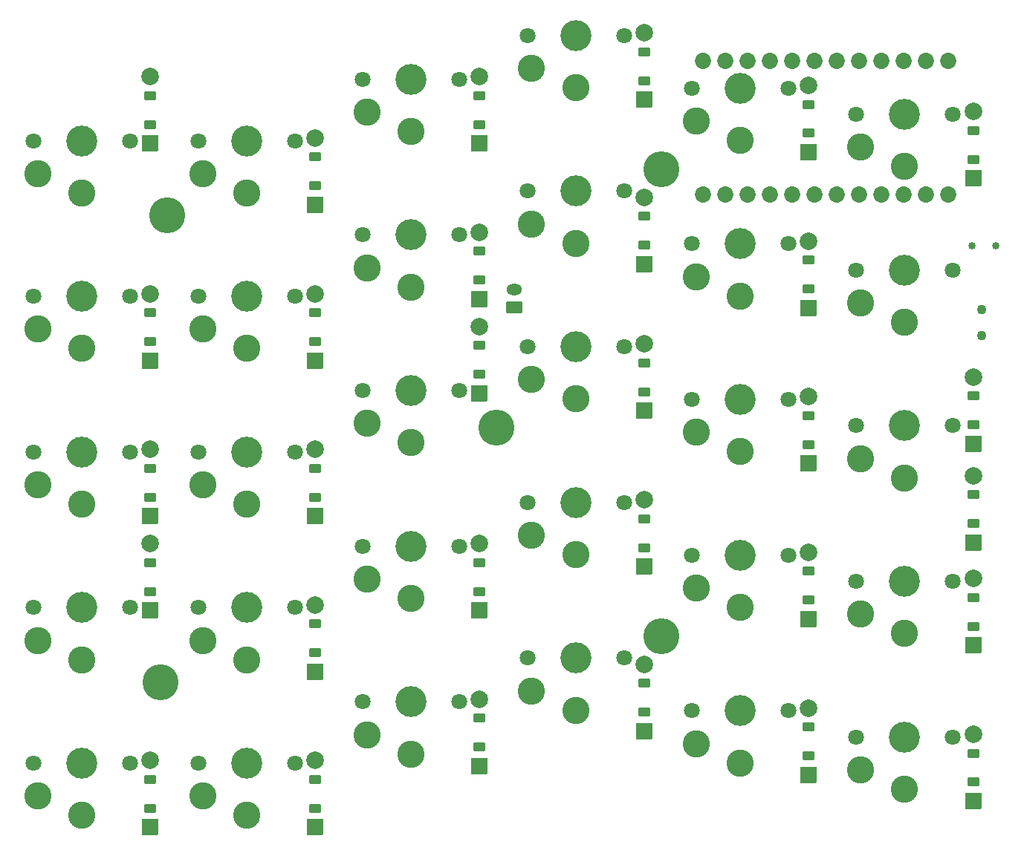
<source format=gbr>
%TF.GenerationSoftware,KiCad,Pcbnew,7.0.8*%
%TF.CreationDate,2024-07-17T12:42:57-03:00*%
%TF.ProjectId,left,6c656674-2e6b-4696-9361-645f70636258,v1.0.0*%
%TF.SameCoordinates,Original*%
%TF.FileFunction,Soldermask,Top*%
%TF.FilePolarity,Negative*%
%FSLAX46Y46*%
G04 Gerber Fmt 4.6, Leading zero omitted, Abs format (unit mm)*
G04 Created by KiCad (PCBNEW 7.0.8) date 2024-07-17 12:42:57*
%MOMM*%
%LPD*%
G01*
G04 APERTURE LIST*
G04 Aperture macros list*
%AMRoundRect*
0 Rectangle with rounded corners*
0 $1 Rounding radius*
0 $2 $3 $4 $5 $6 $7 $8 $9 X,Y pos of 4 corners*
0 Add a 4 corners polygon primitive as box body*
4,1,4,$2,$3,$4,$5,$6,$7,$8,$9,$2,$3,0*
0 Add four circle primitives for the rounded corners*
1,1,$1+$1,$2,$3*
1,1,$1+$1,$4,$5*
1,1,$1+$1,$6,$7*
1,1,$1+$1,$8,$9*
0 Add four rect primitives between the rounded corners*
20,1,$1+$1,$2,$3,$4,$5,0*
20,1,$1+$1,$4,$5,$6,$7,0*
20,1,$1+$1,$6,$7,$8,$9,0*
20,1,$1+$1,$8,$9,$2,$3,0*%
G04 Aperture macros list end*
%ADD10C,1.100000*%
%ADD11C,1.801800*%
%ADD12C,3.100000*%
%ADD13C,3.529000*%
%ADD14RoundRect,0.050000X0.889000X-0.889000X0.889000X0.889000X-0.889000X0.889000X-0.889000X-0.889000X0*%
%ADD15RoundRect,0.050000X0.600000X-0.450000X0.600000X0.450000X-0.600000X0.450000X-0.600000X-0.450000X0*%
%ADD16C,2.005000*%
%ADD17C,4.100000*%
%ADD18RoundRect,0.050000X0.850000X-0.600000X0.850000X0.600000X-0.850000X0.600000X-0.850000X-0.600000X0*%
%ADD19O,1.800000X1.300000*%
%ADD20C,1.852600*%
%ADD21C,0.850000*%
G04 APERTURE END LIST*
D10*
%TO.C,T1*%
X202550000Y-98250000D03*
X202550000Y-101250000D03*
%TD*%
D11*
%TO.C,S21*%
X180500000Y-144000000D03*
D12*
X175000000Y-149950000D03*
D13*
X175000000Y-144000000D03*
D12*
X170000000Y-147750000D03*
D11*
X169500000Y-144000000D03*
%TD*%
%TO.C,S26*%
X199250000Y-147000000D03*
D12*
X193750000Y-152950000D03*
D13*
X193750000Y-147000000D03*
D12*
X188750000Y-150750000D03*
D11*
X188250000Y-147000000D03*
%TD*%
D14*
%TO.C,D19*%
X182800000Y-98060000D03*
D15*
X182800000Y-95900000D03*
X182800000Y-92600000D03*
D16*
X182800000Y-90440000D03*
%TD*%
D11*
%TO.C,S6*%
X124250000Y-150000000D03*
D12*
X118750000Y-155950000D03*
D13*
X118750000Y-150000000D03*
D12*
X113750000Y-153750000D03*
D11*
X113250000Y-150000000D03*
%TD*%
D17*
%TO.C,*%
X109000000Y-140750000D03*
%TD*%
%TO.C,*%
X147250000Y-111750000D03*
%TD*%
D14*
%TO.C,D23*%
X201550000Y-83310000D03*
D15*
X201550000Y-81150000D03*
X201550000Y-77850000D03*
D16*
X201550000Y-75690000D03*
%TD*%
D14*
%TO.C,D20*%
X182800000Y-80310000D03*
D15*
X182800000Y-78150000D03*
X182800000Y-74850000D03*
D16*
X182800000Y-72690000D03*
%TD*%
D14*
%TO.C,D29*%
X164050000Y-146310000D03*
D15*
X164050000Y-144150000D03*
X164050000Y-140850000D03*
D16*
X164050000Y-138690000D03*
%TD*%
D14*
%TO.C,D12*%
X145300000Y-79310000D03*
D15*
X145300000Y-77150000D03*
X145300000Y-73850000D03*
D16*
X145300000Y-71690000D03*
%TD*%
D11*
%TO.C,S17*%
X161750000Y-120250000D03*
D12*
X156250000Y-126200000D03*
D13*
X156250000Y-120250000D03*
D12*
X151250000Y-124000000D03*
D11*
X150750000Y-120250000D03*
%TD*%
D14*
%TO.C,D25*%
X201550000Y-124810000D03*
D15*
X201550000Y-122650000D03*
X201550000Y-119350000D03*
D16*
X201550000Y-117190000D03*
%TD*%
D11*
%TO.C,S9*%
X124250000Y-96750000D03*
D12*
X118750000Y-102700000D03*
D13*
X118750000Y-96750000D03*
D12*
X113750000Y-100500000D03*
D11*
X113250000Y-96750000D03*
%TD*%
D14*
%TO.C,D17*%
X182800000Y-133560000D03*
D15*
X182800000Y-131400000D03*
X182800000Y-128100000D03*
D16*
X182800000Y-125940000D03*
%TD*%
D11*
%TO.C,S27*%
X199250000Y-129250000D03*
D12*
X193750000Y-135200000D03*
D13*
X193750000Y-129250000D03*
D12*
X188750000Y-133000000D03*
D11*
X188250000Y-129250000D03*
%TD*%
%TO.C,S5*%
X105500000Y-79000000D03*
D12*
X100000000Y-84950000D03*
D13*
X100000000Y-79000000D03*
D12*
X95000000Y-82750000D03*
D11*
X94500000Y-79000000D03*
%TD*%
D17*
%TO.C,*%
X109750000Y-87500000D03*
%TD*%
D11*
%TO.C,S1*%
X105500000Y-150000000D03*
D12*
X100000000Y-155950000D03*
D13*
X100000000Y-150000000D03*
D12*
X95000000Y-153750000D03*
D11*
X94500000Y-150000000D03*
%TD*%
D14*
%TO.C,D24*%
X201550000Y-113560000D03*
D15*
X201550000Y-111400000D03*
X201550000Y-108100000D03*
D16*
X201550000Y-105940000D03*
%TD*%
D11*
%TO.C,S28*%
X199250000Y-111500000D03*
D12*
X193750000Y-117450000D03*
D13*
X193750000Y-111500000D03*
D12*
X188750000Y-115250000D03*
D11*
X188250000Y-111500000D03*
%TD*%
%TO.C,S19*%
X161750000Y-84750000D03*
D12*
X156250000Y-90700000D03*
D13*
X156250000Y-84750000D03*
D12*
X151250000Y-88500000D03*
D11*
X150750000Y-84750000D03*
%TD*%
D14*
%TO.C,D27*%
X107800000Y-79310000D03*
D15*
X107800000Y-77150000D03*
X107800000Y-73850000D03*
D16*
X107800000Y-71690000D03*
%TD*%
D14*
%TO.C,D9*%
X145300000Y-150310000D03*
D15*
X145300000Y-148150000D03*
X145300000Y-144850000D03*
D16*
X145300000Y-142690000D03*
%TD*%
D14*
%TO.C,D13*%
X164050000Y-127560000D03*
D15*
X164050000Y-125400000D03*
X164050000Y-122100000D03*
D16*
X164050000Y-119940000D03*
%TD*%
D14*
%TO.C,D14*%
X164050000Y-109810000D03*
D15*
X164050000Y-107650000D03*
X164050000Y-104350000D03*
D16*
X164050000Y-102190000D03*
%TD*%
D11*
%TO.C,S29*%
X199250000Y-93750000D03*
D12*
X193750000Y-99700000D03*
D13*
X193750000Y-93750000D03*
D12*
X188750000Y-97500000D03*
D11*
X188250000Y-93750000D03*
%TD*%
%TO.C,S7*%
X124250000Y-132250000D03*
D12*
X118750000Y-138200000D03*
D13*
X118750000Y-132250000D03*
D12*
X113750000Y-136000000D03*
D11*
X113250000Y-132250000D03*
%TD*%
%TO.C,S22*%
X180500000Y-126250000D03*
D12*
X175000000Y-132200000D03*
D13*
X175000000Y-126250000D03*
D12*
X170000000Y-130000000D03*
D11*
X169500000Y-126250000D03*
%TD*%
%TO.C,S4*%
X105500000Y-96750000D03*
D12*
X100000000Y-102700000D03*
D13*
X100000000Y-96750000D03*
D12*
X95000000Y-100500000D03*
D11*
X94500000Y-96750000D03*
%TD*%
D14*
%TO.C,D18*%
X182800000Y-115810000D03*
D15*
X182800000Y-113650000D03*
X182800000Y-110350000D03*
D16*
X182800000Y-108190000D03*
%TD*%
D11*
%TO.C,S20*%
X161750000Y-67000000D03*
D12*
X156250000Y-72950000D03*
D13*
X156250000Y-67000000D03*
D12*
X151250000Y-70750000D03*
D11*
X150750000Y-67000000D03*
%TD*%
%TO.C,S8*%
X124250000Y-114500000D03*
D12*
X118750000Y-120450000D03*
D13*
X118750000Y-114500000D03*
D12*
X113750000Y-118250000D03*
D11*
X113250000Y-114500000D03*
%TD*%
D14*
%TO.C,D6*%
X126550000Y-121810000D03*
D15*
X126550000Y-119650000D03*
X126550000Y-116350000D03*
D16*
X126550000Y-114190000D03*
%TD*%
D11*
%TO.C,S23*%
X180500000Y-108500000D03*
D12*
X175000000Y-114450000D03*
D13*
X175000000Y-108500000D03*
D12*
X170000000Y-112250000D03*
D11*
X169500000Y-108500000D03*
%TD*%
D14*
%TO.C,D2*%
X107800000Y-121810000D03*
D15*
X107800000Y-119650000D03*
X107800000Y-116350000D03*
D16*
X107800000Y-114190000D03*
%TD*%
D14*
%TO.C,D8*%
X126550000Y-86310000D03*
D15*
X126550000Y-84150000D03*
X126550000Y-80850000D03*
D16*
X126550000Y-78690000D03*
%TD*%
D11*
%TO.C,S12*%
X143000000Y-125250000D03*
D12*
X137500000Y-131200000D03*
D13*
X137500000Y-125250000D03*
D12*
X132500000Y-129000000D03*
D11*
X132000000Y-125250000D03*
%TD*%
D14*
%TO.C,D21*%
X201550000Y-154310000D03*
D15*
X201550000Y-152150000D03*
X201550000Y-148850000D03*
D16*
X201550000Y-146690000D03*
%TD*%
D14*
%TO.C,D3*%
X107800000Y-104060000D03*
D15*
X107800000Y-101900000D03*
X107800000Y-98600000D03*
D16*
X107800000Y-96440000D03*
%TD*%
D11*
%TO.C,S24*%
X180500000Y-90750000D03*
D12*
X175000000Y-96700000D03*
D13*
X175000000Y-90750000D03*
D12*
X170000000Y-94500000D03*
D11*
X169500000Y-90750000D03*
%TD*%
D14*
%TO.C,D30*%
X164050000Y-93060000D03*
D15*
X164050000Y-90900000D03*
X164050000Y-87600000D03*
D16*
X164050000Y-85440000D03*
%TD*%
D11*
%TO.C,S30*%
X199250000Y-76000000D03*
D12*
X193750000Y-81950000D03*
D13*
X193750000Y-76000000D03*
D12*
X188750000Y-79750000D03*
D11*
X188250000Y-76000000D03*
%TD*%
D14*
%TO.C,D10*%
X145300000Y-132560000D03*
D15*
X145300000Y-130400000D03*
X145300000Y-127100000D03*
D16*
X145300000Y-124940000D03*
%TD*%
D14*
%TO.C,D28*%
X145300000Y-107810000D03*
D15*
X145300000Y-105650000D03*
X145300000Y-102350000D03*
D16*
X145300000Y-100190000D03*
%TD*%
D14*
%TO.C,D5*%
X126550000Y-139560000D03*
D15*
X126550000Y-137400000D03*
X126550000Y-134100000D03*
D16*
X126550000Y-131940000D03*
%TD*%
D11*
%TO.C,S18*%
X161750000Y-102500000D03*
D12*
X156250000Y-108450000D03*
D13*
X156250000Y-102500000D03*
D12*
X151250000Y-106250000D03*
D11*
X150750000Y-102500000D03*
%TD*%
%TO.C,S13*%
X143000000Y-107500000D03*
D12*
X137500000Y-113450000D03*
D13*
X137500000Y-107500000D03*
D12*
X132500000Y-111250000D03*
D11*
X132000000Y-107500000D03*
%TD*%
D14*
%TO.C,D16*%
X182800000Y-151310000D03*
D15*
X182800000Y-149150000D03*
X182800000Y-145850000D03*
D16*
X182800000Y-143690000D03*
%TD*%
D18*
%TO.C,JST1*%
X149250000Y-98000000D03*
D19*
X149250000Y-96000000D03*
%TD*%
D11*
%TO.C,S10*%
X124250000Y-79000000D03*
D12*
X118750000Y-84950000D03*
D13*
X118750000Y-79000000D03*
D12*
X113750000Y-82750000D03*
D11*
X113250000Y-79000000D03*
%TD*%
D14*
%TO.C,D7*%
X126550000Y-104060000D03*
D15*
X126550000Y-101900000D03*
X126550000Y-98600000D03*
D16*
X126550000Y-96440000D03*
%TD*%
D14*
%TO.C,D11*%
X145300000Y-97060000D03*
D15*
X145300000Y-94900000D03*
X145300000Y-91600000D03*
D16*
X145300000Y-89440000D03*
%TD*%
D11*
%TO.C,S2*%
X105500000Y-132250000D03*
D12*
X100000000Y-138200000D03*
D13*
X100000000Y-132250000D03*
D12*
X95000000Y-136000000D03*
D11*
X94500000Y-132250000D03*
%TD*%
%TO.C,S14*%
X143000000Y-89750000D03*
D12*
X137500000Y-95700000D03*
D13*
X137500000Y-89750000D03*
D12*
X132500000Y-93500000D03*
D11*
X132000000Y-89750000D03*
%TD*%
D20*
%TO.C,MCU1*%
X198720000Y-69880000D03*
X196180000Y-69880000D03*
X193640000Y-69880000D03*
X191100000Y-69880000D03*
X188560000Y-69880000D03*
X186020000Y-69880000D03*
X183480000Y-69880000D03*
X180940000Y-69880000D03*
X178400000Y-69880000D03*
X175860000Y-69880000D03*
X173320000Y-69880000D03*
X170780000Y-69880000D03*
X170780000Y-85120000D03*
X173320000Y-85120000D03*
X175860000Y-85120000D03*
X178400000Y-85120000D03*
X180940000Y-85120000D03*
X183480000Y-85120000D03*
X186020000Y-85120000D03*
X188560000Y-85120000D03*
X191100000Y-85120000D03*
X193640000Y-85120000D03*
X196180000Y-85120000D03*
X198720000Y-85120000D03*
%TD*%
D21*
%TO.C,B1*%
X204125000Y-90950000D03*
X201375000Y-90950000D03*
%TD*%
D17*
%TO.C,*%
X166000000Y-82250000D03*
%TD*%
D14*
%TO.C,D26*%
X107800000Y-132560000D03*
D15*
X107800000Y-130400000D03*
X107800000Y-127100000D03*
D16*
X107800000Y-124940000D03*
%TD*%
D11*
%TO.C,S16*%
X161750000Y-138000000D03*
D12*
X156250000Y-143950000D03*
D13*
X156250000Y-138000000D03*
D12*
X151250000Y-141750000D03*
D11*
X150750000Y-138000000D03*
%TD*%
%TO.C,S3*%
X105500000Y-114500000D03*
D12*
X100000000Y-120450000D03*
D13*
X100000000Y-114500000D03*
D12*
X95000000Y-118250000D03*
D11*
X94500000Y-114500000D03*
%TD*%
D14*
%TO.C,D4*%
X126550000Y-157310000D03*
D15*
X126550000Y-155150000D03*
X126550000Y-151850000D03*
D16*
X126550000Y-149690000D03*
%TD*%
D11*
%TO.C,S15*%
X143000000Y-72000000D03*
D12*
X137500000Y-77950000D03*
D13*
X137500000Y-72000000D03*
D12*
X132500000Y-75750000D03*
D11*
X132000000Y-72000000D03*
%TD*%
D14*
%TO.C,D15*%
X164050000Y-74310000D03*
D15*
X164050000Y-72150000D03*
X164050000Y-68850000D03*
D16*
X164050000Y-66690000D03*
%TD*%
D11*
%TO.C,S25*%
X180500000Y-73000000D03*
D12*
X175000000Y-78950000D03*
D13*
X175000000Y-73000000D03*
D12*
X170000000Y-76750000D03*
D11*
X169500000Y-73000000D03*
%TD*%
D17*
%TO.C,*%
X166000000Y-135500000D03*
%TD*%
D14*
%TO.C,D1*%
X107800000Y-157310000D03*
D15*
X107800000Y-155150000D03*
X107800000Y-151850000D03*
D16*
X107800000Y-149690000D03*
%TD*%
D11*
%TO.C,S11*%
X143000000Y-143000000D03*
D12*
X137500000Y-148950000D03*
D13*
X137500000Y-143000000D03*
D12*
X132500000Y-146750000D03*
D11*
X132000000Y-143000000D03*
%TD*%
D14*
%TO.C,D22*%
X201550000Y-136560000D03*
D15*
X201550000Y-134400000D03*
X201550000Y-131100000D03*
D16*
X201550000Y-128940000D03*
%TD*%
M02*

</source>
